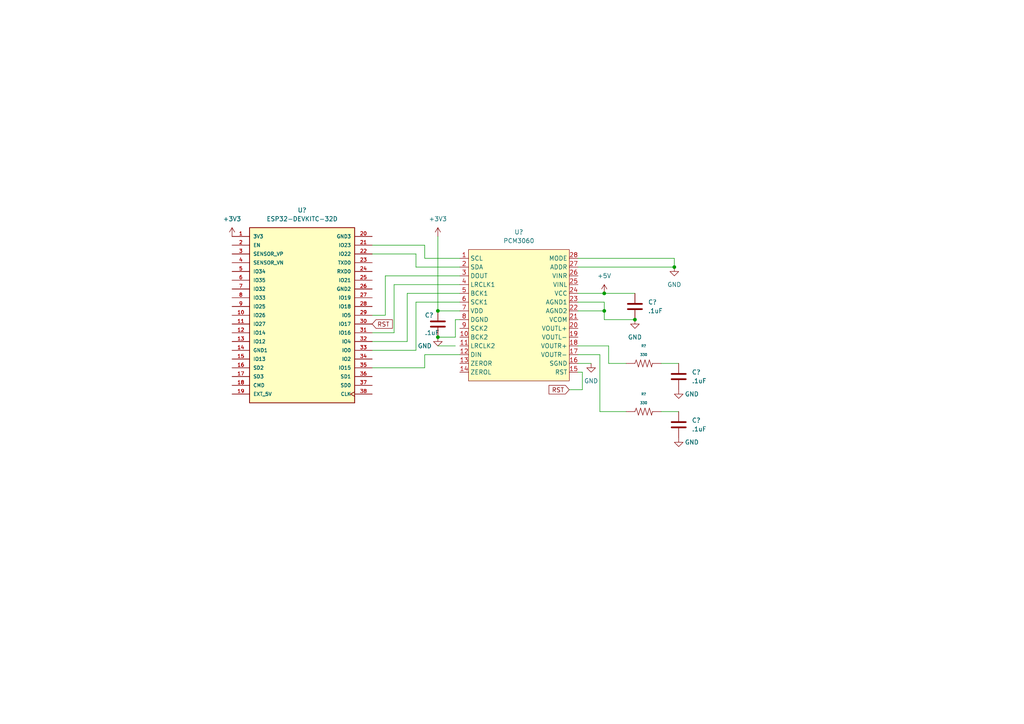
<source format=kicad_sch>
(kicad_sch (version 20211123) (generator eeschema)
  (paper "A4")
  (lib_symbols
    (symbol "Device:C" (pin_numbers hide) (pin_names (offset 0.254))
      (property "Reference" "C" (at 0.635 2.54 0))
      (property "Value" "C" (at 0.635 -2.54 0))
      (symbol "C_0_1"
        (polyline (pts (xy -2.032 -0.762) (xy 2.032 -0.762)) (stroke (width 0.508)))
        (polyline (pts (xy -2.032 0.762) (xy 2.032 0.762)) (stroke (width 0.508)))
      )
      (symbol "C_1_1"
        (pin passive line (at 0 3.81 270) (length 2.794) (name "~") (number "1"))
        (pin passive line (at 0 -3.81 90) (length 2.794) (name "~") (number "2"))
      )
    )
    (symbol "power:+3V3" (power) (pin_names (offset 0))
      (property "Value" "+3V3" (at 0 3.556 0))
      (symbol "+3V3_0_1"
        (polyline (pts (xy -0.762 1.27) (xy 0 2.54)))
        (polyline (pts (xy 0 0) (xy 0 2.54)))
        (polyline (pts (xy 0 2.54) (xy 0.762 1.27)))
      )
      (symbol "+3V3_1_1"
        (pin power_in line (at 0 0 90) (length 0) hide (name "+3V3") (number "1"))
      )
    )
    (symbol "power:+5V" (power) (pin_names (offset 0))
      (property "Value" "+5V" (at 0 3.556 0))
      (symbol "+5V_0_1"
        (polyline (pts (xy -0.762 1.27) (xy 0 2.54)))
        (polyline (pts (xy 0 0) (xy 0 2.54)))
        (polyline (pts (xy 0 2.54) (xy 0.762 1.27)))
      )
      (symbol "+5V_1_1"
        (pin power_in line (at 0 0 90) (length 0) hide (name "+5V") (number "1"))
      )
    )
    (symbol "power:GND" (power) (pin_names (offset 0))
      (property "Value" "GND" (at 0 -3.81 0))
      (symbol "GND_0_1"
        (polyline (pts (xy 0 0) (xy 0 -1.27) (xy 1.27 -1.27) (xy 0 -2.54) (xy -1.27 -1.27) (xy 0 -1.27)))
      )
      (symbol "GND_1_1"
        (pin power_in line (at 0 0 270) (length 0) hide (name "GND") (number "1"))
      )
    )
    (symbol "xenir:ESP32-DEVKITC-32D" (pin_names (offset 1.016))
      (property "Reference" "U" (at -15.2654 26.0604 0))
      (property "Value" "ESP32-DEVKITC-32D" (at -15.2654 -27.9654 0))
      (symbol "ESP32-DEVKITC-32D_0_0"
        (rectangle (start -15.24 -25.4) (end 15.24 25.4) (stroke (width 0.254)) (fill (type background)))
        (pin power_in line (at -20.32 22.86 0) (length 5.08) (name "3V3") (number "1"))
        (pin bidirectional line (at -20.32 0 0) (length 5.08) (name "IO26") (number "10"))
        (pin bidirectional line (at -20.32 -2.54 0) (length 5.08) (name "IO27") (number "11"))
        (pin bidirectional line (at -20.32 -5.08 0) (length 5.08) (name "IO14") (number "12"))
        (pin bidirectional line (at -20.32 -7.62 0) (length 5.08) (name "IO12") (number "13"))
        (pin power_in line (at -20.32 -10.16 0) (length 5.08) (name "GND1") (number "14"))
        (pin bidirectional line (at -20.32 -12.7 0) (length 5.08) (name "IO13") (number "15"))
        (pin bidirectional line (at -20.32 -15.24 0) (length 5.08) (name "SD2") (number "16"))
        (pin bidirectional line (at -20.32 -17.78 0) (length 5.08) (name "SD3") (number "17"))
        (pin bidirectional line (at -20.32 -20.32 0) (length 5.08) (name "CMD") (number "18"))
        (pin power_in line (at -20.32 -22.86 0) (length 5.08) (name "EXT_5V") (number "19"))
        (pin input line (at -20.32 20.32 0) (length 5.08) (name "EN") (number "2"))
        (pin power_in line (at 20.32 22.86 180) (length 5.08) (name "GND3") (number "20"))
        (pin bidirectional line (at 20.32 20.32 180) (length 5.08) (name "IO23") (number "21"))
        (pin bidirectional line (at 20.32 17.78 180) (length 5.08) (name "IO22") (number "22"))
        (pin output line (at 20.32 15.24 180) (length 5.08) (name "TXD0") (number "23"))
        (pin input line (at 20.32 12.7 180) (length 5.08) (name "RXD0") (number "24"))
        (pin bidirectional line (at 20.32 10.16 180) (length 5.08) (name "IO21") (number "25"))
        (pin power_in line (at 20.32 7.62 180) (length 5.08) (name "GND2") (number "26"))
        (pin bidirectional line (at 20.32 5.08 180) (length 5.08) (name "IO19") (number "27"))
        (pin bidirectional line (at 20.32 2.54 180) (length 5.08) (name "IO18") (number "28"))
        (pin bidirectional line (at 20.32 0 180) (length 5.08) (name "IO5") (number "29"))
        (pin input line (at -20.32 17.78 0) (length 5.08) (name "SENSOR_VP") (number "3"))
        (pin bidirectional line (at 20.32 -2.54 180) (length 5.08) (name "IO17") (number "30"))
        (pin bidirectional line (at 20.32 -5.08 180) (length 5.08) (name "IO16") (number "31"))
        (pin bidirectional line (at 20.32 -7.62 180) (length 5.08) (name "IO4") (number "32"))
        (pin bidirectional line (at 20.32 -10.16 180) (length 5.08) (name "IO0") (number "33"))
        (pin bidirectional line (at 20.32 -12.7 180) (length 5.08) (name "IO2") (number "34"))
        (pin bidirectional line (at 20.32 -15.24 180) (length 5.08) (name "IO15") (number "35"))
        (pin bidirectional line (at 20.32 -17.78 180) (length 5.08) (name "SD1") (number "36"))
        (pin bidirectional line (at 20.32 -20.32 180) (length 5.08) (name "SD0") (number "37"))
        (pin input clock (at 20.32 -22.86 180) (length 5.08) (name "CLK") (number "38"))
        (pin input line (at -20.32 15.24 0) (length 5.08) (name "SENSOR_VN") (number "4"))
        (pin bidirectional line (at -20.32 12.7 0) (length 5.08) (name "IO34") (number "5"))
        (pin bidirectional line (at -20.32 10.16 0) (length 5.08) (name "IO35") (number "6"))
        (pin bidirectional line (at -20.32 7.62 0) (length 5.08) (name "IO32") (number "7"))
        (pin bidirectional line (at -20.32 5.08 0) (length 5.08) (name "IO33") (number "8"))
        (pin bidirectional line (at -20.32 2.54 0) (length 5.08) (name "IO25") (number "9"))
      )
    )
    (symbol "xenir:Resistor" (pin_names (offset 1.016))
      (property "Reference" "R" (at 0 1.905 0))
      (property "Value" "Resistor" (at 0 -1.905 0))
      (symbol "Resistor_1_1"
        (polyline (pts (xy -2.54 0) (xy -2.159 1.016)))
        (polyline (pts (xy -2.159 1.016) (xy -1.524 -1.016)))
        (polyline (pts (xy -1.524 -1.016) (xy -0.889 1.016)))
        (polyline (pts (xy -0.889 1.016) (xy -0.254 -1.016)))
        (polyline (pts (xy -0.254 -1.016) (xy 0.381 1.016)))
        (polyline (pts (xy 0.381 1.016) (xy 1.016 -1.016)))
        (polyline (pts (xy 1.016 -1.016) (xy 1.651 1.016)))
        (polyline (pts (xy 1.651 1.016) (xy 2.286 -1.016)))
        (polyline (pts (xy 2.286 -1.016) (xy 2.54 0)))
        (pin passive line (at -5.08 0 0) (length 2.54) (name "1") (number "1"))
        (pin passive line (at 5.08 0 180) (length 2.54) (name "2") (number "2"))
      )
    )
    (symbol "xenir_v6:PCM3060"
      (property "Reference" "U" (at 0 -25.4 0))
      (property "Value" "PCM3060" (at 0 -22.86 0))
      (symbol "PCM3060_0_1"
        (rectangle (start -13.97 -3.81) (end 15.24 -41.91) (fill (type background)))
      )
      (symbol "PCM3060_1_1"
        (pin input line (at -16.51 -6.35 0) (length 2.54) (name "SCL") (number "1"))
        (pin input line (at -16.51 -29.21 0) (length 2.54) (name "BCK2") (number "10"))
        (pin input line (at -16.51 -31.75 0) (length 2.54) (name "LRCLK2") (number "11"))
        (pin input line (at -16.51 -34.29 0) (length 2.54) (name "DIN") (number "12"))
        (pin input line (at -16.51 -36.83 0) (length 2.54) (name "ZEROR") (number "13"))
        (pin input line (at -16.51 -39.37 0) (length 2.54) (name "ZEROL") (number "14"))
        (pin input line (at 17.78 -39.37 180) (length 2.54) (name "RST") (number "15"))
        (pin power_in line (at 17.78 -36.83 180) (length 2.54) (name "SGND") (number "16"))
        (pin output line (at 17.78 -34.29 180) (length 2.54) (name "VOUTR-") (number "17"))
        (pin output line (at 17.78 -31.75 180) (length 2.54) (name "VOUTR+") (number "18"))
        (pin output line (at 17.78 -29.21 180) (length 2.54) (name "VOUTL-") (number "19"))
        (pin input line (at -16.51 -8.89 0) (length 2.54) (name "SDA") (number "2"))
        (pin output line (at 17.78 -26.67 180) (length 2.54) (name "VOUTL+") (number "20"))
        (pin power_in line (at 17.78 -24.13 180) (length 2.54) (name "VCOM") (number "21"))
        (pin power_in line (at 17.78 -21.59 180) (length 2.54) (name "AGND2") (number "22"))
        (pin power_in line (at 17.78 -19.05 180) (length 2.54) (name "AGND1") (number "23"))
        (pin power_in line (at 17.78 -16.51 180) (length 2.54) (name "VCC") (number "24"))
        (pin input line (at 17.78 -13.97 180) (length 2.54) (name "VINL") (number "25"))
        (pin input line (at 17.78 -11.43 180) (length 2.54) (name "VINR") (number "26"))
        (pin input line (at 17.78 -8.89 180) (length 2.54) (name "ADDR") (number "27"))
        (pin input line (at 17.78 -6.35 180) (length 2.54) (name "MODE") (number "28"))
        (pin input line (at -16.51 -11.43 0) (length 2.54) (name "DOUT") (number "3"))
        (pin input line (at -16.51 -13.97 0) (length 2.54) (name "LRCLK1") (number "4"))
        (pin input line (at -16.51 -16.51 0) (length 2.54) (name "BCK1") (number "5"))
        (pin input line (at -16.51 -19.05 0) (length 2.54) (name "SCK1") (number "6"))
        (pin power_in line (at -16.51 -21.59 0) (length 2.54) (name "VDD") (number "7"))
        (pin power_in line (at -16.51 -24.13 0) (length 2.54) (name "DGND") (number "8"))
        (pin input line (at -16.51 -26.67 0) (length 2.54) (name "SCK2") (number "9"))
      )
    )
  )
  (junction (at 184.15 92.71))
  (junction (at 127 97.79))
  (junction (at 127 90.17))
  (junction (at 175.26 85.09))
  (junction (at 195.58 77.47))
  (junction (at 175.26 90.17))
  (wire (pts (xy 167.64 77.47) (xy 195.58 77.47)))
  (wire (pts (xy 133.35 82.55) (xy 114.3 82.55)))
  (wire (pts (xy 123.19 106.68) (xy 123.19 102.87)))
  (wire (pts (xy 175.26 90.17) (xy 175.26 92.71)))
  (wire (pts (xy 132.08 92.71) (xy 132.08 97.79)))
  (wire (pts (xy 175.26 87.63) (xy 175.26 90.17)))
  (wire (pts (xy 123.19 71.12) (xy 123.19 74.93)))
  (wire (pts (xy 167.64 102.87) (xy 173.99 102.87)))
  (wire (pts (xy 168.91 113.03) (xy 165.1 113.03)))
  (wire (pts (xy 173.99 102.87) (xy 173.99 119.38)))
  (wire (pts (xy 168.91 107.95) (xy 168.91 113.03)))
  (wire (pts (xy 111.76 91.44) (xy 111.76 80.01)))
  (wire (pts (xy 107.95 106.68) (xy 123.19 106.68)))
  (wire (pts (xy 167.64 100.33) (xy 176.53 100.33)))
  (wire (pts (xy 176.53 105.41) (xy 181.61 105.41)))
  (wire (pts (xy 120.65 77.47) (xy 133.35 77.47)))
  (wire (pts (xy 167.64 85.09) (xy 175.26 85.09)))
  (wire (pts (xy 191.77 105.41) (xy 196.85 105.41)))
  (wire (pts (xy 107.95 96.52) (xy 114.3 96.52)))
  (wire (pts (xy 173.99 119.38) (xy 181.61 119.38)))
  (wire (pts (xy 167.64 74.93) (xy 195.58 74.93)))
  (wire (pts (xy 167.64 105.41) (xy 171.45 105.41)))
  (wire (pts (xy 107.95 71.12) (xy 123.19 71.12)))
  (wire (pts (xy 167.64 87.63) (xy 175.26 87.63)))
  (wire (pts (xy 107.95 99.06) (xy 118.11 99.06)))
  (wire (pts (xy 107.95 101.6) (xy 120.65 101.6)))
  (wire (pts (xy 132.08 100.33) (xy 127 100.33)))
  (wire (pts (xy 120.65 87.63) (xy 133.35 87.63)))
  (wire (pts (xy 175.26 92.71) (xy 184.15 92.71)))
  (wire (pts (xy 111.76 80.01) (xy 133.35 80.01)))
  (wire (pts (xy 176.53 100.33) (xy 176.53 105.41)))
  (wire (pts (xy 120.65 73.66) (xy 120.65 77.47)))
  (wire (pts (xy 120.65 101.6) (xy 120.65 87.63)))
  (wire (pts (xy 123.19 102.87) (xy 133.35 102.87)))
  (wire (pts (xy 118.11 85.09) (xy 133.35 85.09)))
  (wire (pts (xy 123.19 74.93) (xy 133.35 74.93)))
  (wire (pts (xy 133.35 92.71) (xy 132.08 92.71)))
  (wire (pts (xy 133.35 90.17) (xy 127 90.17)))
  (wire (pts (xy 118.11 99.06) (xy 118.11 85.09)))
  (wire (pts (xy 107.95 91.44) (xy 111.76 91.44)))
  (wire (pts (xy 132.08 97.79) (xy 127 97.79)))
  (wire (pts (xy 175.26 85.09) (xy 184.15 85.09)))
  (wire (pts (xy 167.64 90.17) (xy 175.26 90.17)))
  (wire (pts (xy 107.95 73.66) (xy 120.65 73.66)))
  (wire (pts (xy 167.64 107.95) (xy 168.91 107.95)))
  (wire (pts (xy 127 90.17) (xy 127 68.58)))
  (wire (pts (xy 195.58 74.93) (xy 195.58 77.47)))
  (wire (pts (xy 114.3 82.55) (xy 114.3 96.52)))
  (wire (pts (xy 191.77 119.38) (xy 196.85 119.38)))
  (global_label "RST" (shape input) (at 165.1 113.03 180) (property "Intersheet References" "${INTERSHEET_REFS}" (effects hide)))
  (global_label "RST" (shape input) (at 107.95 93.98 0) (property "Intersheet References" "${INTERSHEET_REFS}" (effects hide)))
  (symbol (lib_id "xenir_v6:PCM3060") (at 149.86 68.58 0) (unit 1)
    (property "Reference" "U?" (at 150.495 67.31 0))
    (property "Value" "PCM3060" (at 150.495 69.85 0))
  )
  (symbol (lib_id "xenir:Resistor") (at 186.69 119.38 0) (unit 1)
    (property "Reference" "R?" (at 186.69 114.3 0) (effects (font (size 0.7112 0.7112))))
    (property "Value" "330" (at 186.69 116.84 0) (effects (font (size 0.7112 0.7112))))
  )
  (symbol (lib_id "power:GND") (at 195.58 77.47 0) (unit 1)
    (property "Reference" "#PWR?" (effects hide))
    (property "Value" "GND" (at 195.58 82.55 0))
  )
  (symbol (lib_id "power:+3V3") (at 67.31 68.58 0) (unit 1)
    (property "Reference" "#PWR?" (effects hide))
    (property "Value" "+3V3" (at 67.31 63.5 0))
  )
  (symbol (lib_id "Device:C") (at 196.85 123.19 0) (unit 1)
    (property "Reference" "C?" (at 200.66 121.9199 0) (effects (justify left)))
    (property "Value" ".1uF" (at 200.66 124.4599 0) (effects (justify left)))
  )
  (symbol (lib_id "Device:C") (at 184.15 88.9 0) (unit 1)
    (property "Reference" "C?" (at 187.96 87.6299 0) (effects (justify left)))
    (property "Value" ".1uF" (at 187.96 90.1699 0) (effects (justify left)))
  )
  (symbol (lib_id "Device:C") (at 127 93.98 0) (unit 1)
    (property "Reference" "C?" (at 123.19 91.44 0) (effects (justify left)))
    (property "Value" ".1uF" (at 123.19 96.52 0) (effects (justify left)))
  )
  (symbol (lib_id "power:+3V3") (at 127 68.58 0) (unit 1)
    (property "Reference" "#PWR?" (effects hide))
    (property "Value" "+3V3" (at 127 63.5 0))
  )
  (symbol (lib_id "power:GND") (at 184.15 92.71 0) (unit 1)
    (property "Reference" "#PWR?" (effects hide))
    (property "Value" "GND" (at 184.15 97.79 0))
  )
  (symbol (lib_id "xenir:Resistor") (at 186.69 105.41 0) (unit 1)
    (property "Reference" "R?" (at 186.69 100.33 0) (effects (font (size 0.7112 0.7112))))
    (property "Value" "330" (at 186.69 102.87 0) (effects (font (size 0.7112 0.7112))))
  )
  (symbol (lib_id "power:GND") (at 196.85 113.03 0) (unit 1)
    (property "Reference" "#PWR?" (effects hide))
    (property "Value" "GND" (at 200.66 114.3 0))
  )
  (symbol (lib_id "power:+5V") (at 175.26 85.09 0) (unit 1)
    (property "Reference" "#PWR?" (effects hide))
    (property "Value" "+5V" (at 175.26 80.01 0))
  )
  (symbol (lib_id "power:GND") (at 171.45 105.41 0) (unit 1)
    (property "Reference" "#PWR?" (effects hide))
    (property "Value" "GND" (at 171.45 110.49 0))
  )
  (symbol (lib_id "power:GND") (at 196.85 127 0) (unit 1)
    (property "Reference" "#PWR?" (effects hide))
    (property "Value" "GND" (at 200.66 128.27 0))
  )
  (symbol (lib_id "xenir:ESP32-DEVKITC-32D") (at 87.63 91.44 0) (unit 1)
    (property "Reference" "U?" (at 87.63 60.96 0))
    (property "Value" "ESP32-DEVKITC-32D" (at 87.63 63.5 0))
    (property "PARTREV" "4" (effects hide))
    (property "MANUFACTURER" "Espressif Systems" (effects hide))
  )
  (symbol (lib_id "power:GND") (at 127 97.79 0) (unit 1)
    (property "Reference" "#PWR?" (effects hide))
    (property "Value" "GND" (at 123.19 100.33 0))
  )
  (symbol (lib_id "Device:C") (at 196.85 109.22 0) (unit 1)
    (property "Reference" "C?" (at 200.66 107.9499 0) (effects (justify left)))
    (property "Value" ".1uF" (at 200.66 110.4899 0) (effects (justify left)))
  )
)
</source>
